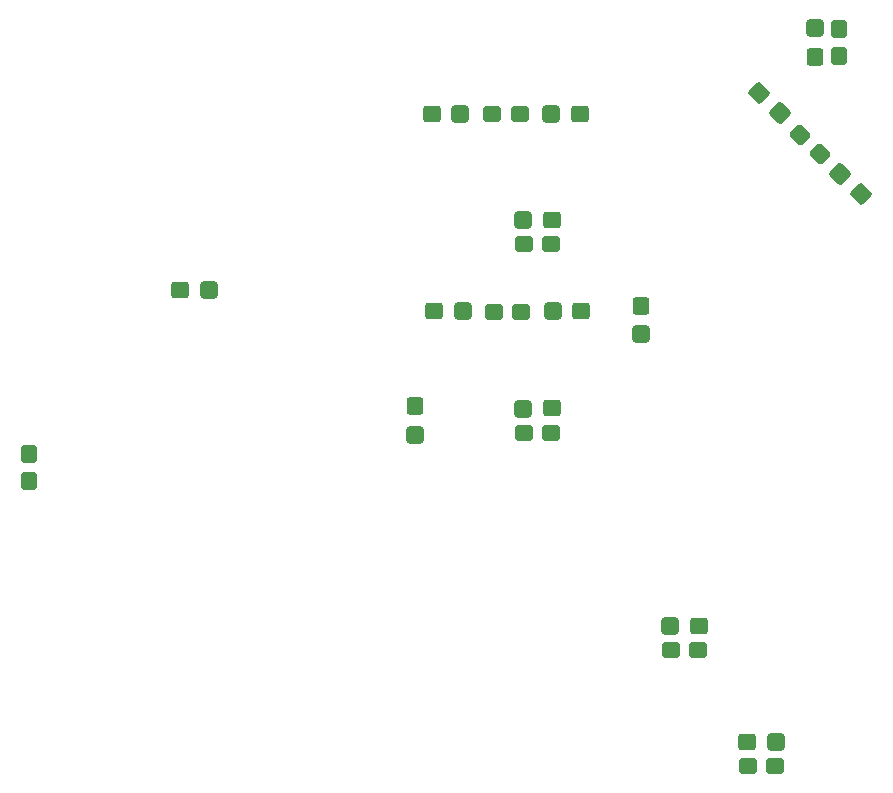
<source format=gbr>
%TF.GenerationSoftware,KiCad,Pcbnew,9.0.2*%
%TF.CreationDate,2025-09-23T15:34:19+08:00*%
%TF.ProjectId,SSRU_v3.2,53535255-5f76-4332-9e32-2e6b69636164,rev?*%
%TF.SameCoordinates,Original*%
%TF.FileFunction,Paste,Bot*%
%TF.FilePolarity,Positive*%
%FSLAX46Y46*%
G04 Gerber Fmt 4.6, Leading zero omitted, Abs format (unit mm)*
G04 Created by KiCad (PCBNEW 9.0.2) date 2025-09-23 15:34:19*
%MOMM*%
%LPD*%
G01*
G04 APERTURE LIST*
G04 Aperture macros list*
%AMRoundRect*
0 Rectangle with rounded corners*
0 $1 Rounding radius*
0 $2 $3 $4 $5 $6 $7 $8 $9 X,Y pos of 4 corners*
0 Add a 4 corners polygon primitive as box body*
4,1,4,$2,$3,$4,$5,$6,$7,$8,$9,$2,$3,0*
0 Add four circle primitives for the rounded corners*
1,1,$1+$1,$2,$3*
1,1,$1+$1,$4,$5*
1,1,$1+$1,$6,$7*
1,1,$1+$1,$8,$9*
0 Add four rect primitives between the rounded corners*
20,1,$1+$1,$2,$3,$4,$5,0*
20,1,$1+$1,$4,$5,$6,$7,0*
20,1,$1+$1,$6,$7,$8,$9,0*
20,1,$1+$1,$8,$9,$2,$3,0*%
G04 Aperture macros list end*
%ADD10RoundRect,0.305575X0.460025X0.412525X-0.460025X0.412525X-0.460025X-0.412525X0.460025X-0.412525X0*%
%ADD11RoundRect,0.308511X0.457089X0.416489X-0.457089X0.416489X-0.457089X-0.416489X0.457089X-0.416489X0*%
%ADD12RoundRect,0.305575X-0.412525X0.460025X-0.412525X-0.460025X0.412525X-0.460025X0.412525X0.460025X0*%
%ADD13RoundRect,0.308511X-0.416489X0.457089X-0.416489X-0.457089X0.416489X-0.457089X0.416489X0.457089X0*%
%ADD14RoundRect,0.278125X-0.389375X0.474375X-0.389375X-0.474375X0.389375X-0.474375X0.389375X0.474375X0*%
%ADD15RoundRect,0.305575X-0.616986X0.033588X0.033588X-0.616986X0.616986X-0.033588X-0.033588X0.616986X0*%
%ADD16RoundRect,0.308511X-0.617713X0.028709X0.028709X-0.617713X0.617713X-0.028709X-0.028709X0.617713X0*%
%ADD17RoundRect,0.278125X-0.474375X-0.389375X0.474375X-0.389375X0.474375X0.389375X-0.474375X0.389375X0*%
%ADD18RoundRect,0.305575X0.616986X-0.033588X-0.033588X0.616986X-0.616986X0.033588X0.033588X-0.616986X0*%
%ADD19RoundRect,0.308511X0.617713X-0.028709X-0.028709X0.617713X-0.617713X0.028709X0.028709X-0.617713X0*%
%ADD20RoundRect,0.305575X-0.460025X-0.412525X0.460025X-0.412525X0.460025X0.412525X-0.460025X0.412525X0*%
%ADD21RoundRect,0.308511X-0.457089X-0.416489X0.457089X-0.416489X0.457089X0.416489X-0.457089X0.416489X0*%
%ADD22RoundRect,0.278125X-0.610763X0.060104X0.060104X-0.610763X0.610763X-0.060104X-0.060104X0.610763X0*%
%ADD23RoundRect,0.278125X0.389375X-0.474375X0.389375X0.474375X-0.389375X0.474375X-0.389375X-0.474375X0*%
%ADD24RoundRect,0.305575X0.412525X-0.460025X0.412525X0.460025X-0.412525X0.460025X-0.412525X-0.460025X0*%
%ADD25RoundRect,0.308511X0.416489X-0.457089X0.416489X0.457089X-0.416489X0.457089X-0.416489X-0.457089X0*%
G04 APERTURE END LIST*
D10*
%TO.C,C41*%
X169215600Y-98742048D03*
D11*
X166784400Y-98748948D03*
%TD*%
D12*
%TO.C,C4*%
X174243100Y-98284400D03*
D13*
X174250000Y-100715600D03*
%TD*%
D14*
%TO.C,R40*%
X122467500Y-110847500D03*
X122467500Y-113152500D03*
%TD*%
D10*
%TO.C,C26*%
X169115600Y-82043100D03*
D11*
X166684400Y-82050000D03*
%TD*%
D10*
%TO.C,C39*%
X166715600Y-90993100D03*
D11*
X164284400Y-91000000D03*
%TD*%
D15*
%TO.C,C17*%
X184276003Y-80285761D03*
D16*
X186000000Y-82000000D03*
%TD*%
D12*
%TO.C,C44*%
X155145600Y-106784400D03*
D13*
X155152500Y-109215600D03*
%TD*%
D17*
%TO.C,R15*%
X161697500Y-82083552D03*
X164002500Y-82083552D03*
%TD*%
D18*
%TO.C,C5*%
X192864438Y-88854680D03*
D19*
X191140441Y-87140441D03*
%TD*%
D20*
%TO.C,C42*%
X156784400Y-98755848D03*
D21*
X159215600Y-98748948D03*
%TD*%
D17*
%TO.C,R16*%
X164347500Y-93032500D03*
X166652500Y-93032500D03*
%TD*%
D20*
%TO.C,C27*%
X156534400Y-82056900D03*
D21*
X158965600Y-82050000D03*
%TD*%
D22*
%TO.C,R4*%
X187762078Y-83830717D03*
X189391960Y-85460599D03*
%TD*%
D10*
%TO.C,C43*%
X166715600Y-106993100D03*
D11*
X164284400Y-107000000D03*
%TD*%
D17*
%TO.C,R21*%
X164347500Y-109032500D03*
X166652500Y-109032500D03*
%TD*%
%TO.C,R9*%
X183347500Y-137282500D03*
X185652500Y-137282500D03*
%TD*%
D23*
%TO.C,R10*%
X191032500Y-77152500D03*
X191032500Y-74847500D03*
%TD*%
D24*
%TO.C,C29*%
X189006900Y-77215600D03*
D25*
X189000000Y-74784400D03*
%TD*%
D20*
%TO.C,C24*%
X183284400Y-135256900D03*
D21*
X185715600Y-135250000D03*
%TD*%
D20*
%TO.C,C23*%
X135250000Y-97000000D03*
D21*
X137681200Y-96993100D03*
%TD*%
D10*
%TO.C,C18*%
X179164800Y-125433100D03*
D11*
X176733600Y-125440000D03*
%TD*%
D17*
%TO.C,R5*%
X176796700Y-127472500D03*
X179101700Y-127472500D03*
%TD*%
%TO.C,R18*%
X161847500Y-98782500D03*
X164152500Y-98782500D03*
%TD*%
M02*

</source>
